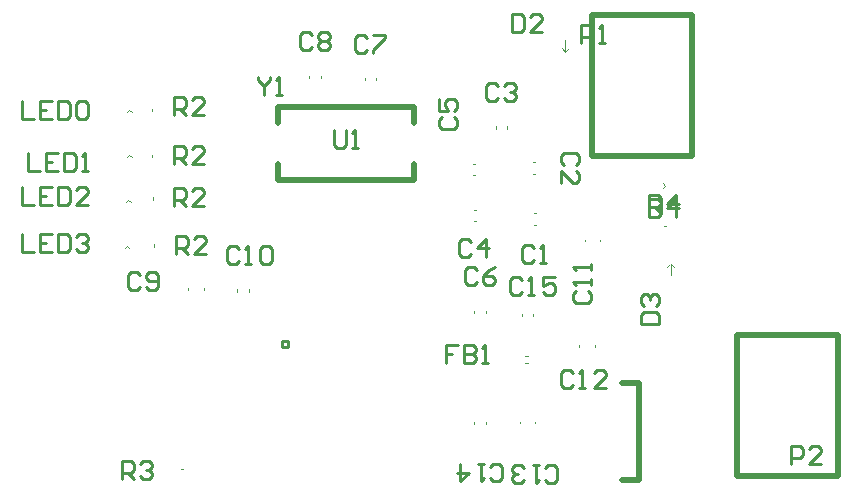
<source format=gto>
%FSLAX25Y25*%
%MOIN*%
G70*
G01*
G75*
G04 Layer_Color=65535*
%ADD10R,0.21654X0.07874*%
%ADD11R,0.22047X0.22047*%
%ADD12R,0.07874X0.04724*%
%ADD13R,0.05906X0.01181*%
%ADD14R,0.01181X0.05906*%
%ADD15R,0.03937X0.04331*%
%ADD16R,0.04331X0.03937*%
%ADD17R,0.04724X0.04724*%
%ADD18R,0.02756X0.02756*%
%ADD19R,0.04724X0.04724*%
%ADD20R,0.06614X0.05984*%
%ADD21R,0.05906X0.05118*%
%ADD22C,0.02756*%
%ADD23C,0.04724*%
%ADD24C,0.01000*%
%ADD25C,0.01181*%
%ADD26C,0.03937*%
%ADD27R,0.07874X0.07874*%
%ADD28C,0.07874*%
%ADD29R,0.05906X0.05906*%
%ADD30C,0.05906*%
%ADD31C,0.05000*%
%ADD32C,0.19685*%
%ADD33C,0.07874*%
%ADD34C,0.01969*%
%ADD35C,0.00394*%
D24*
X261811Y10236D02*
Y16234D01*
X264810D01*
X265810Y15235D01*
Y13235D01*
X264810Y12236D01*
X261811D01*
X271808Y10236D02*
X267809D01*
X271808Y14235D01*
Y15235D01*
X270808Y16234D01*
X268809D01*
X267809Y15235D01*
X191732Y150394D02*
Y156392D01*
X194731D01*
X195731Y155392D01*
Y153393D01*
X194731Y152393D01*
X191732D01*
X197730Y150394D02*
X199730D01*
X198730D01*
Y156392D01*
X197730Y155392D01*
X92126Y49213D02*
Y51180D01*
X94094D01*
Y49213D01*
X92126D01*
X214567Y98518D02*
Y92520D01*
X217566D01*
X218566Y93519D01*
Y97518D01*
X217566Y98518D01*
X214567D01*
X223564Y92520D02*
Y98518D01*
X220565Y95519D01*
X224564D01*
X84260Y139111D02*
Y138111D01*
X86259Y136112D01*
X88259Y138111D01*
Y139111D01*
X86259Y136112D02*
Y133113D01*
X90258D02*
X92257D01*
X91258D01*
Y139111D01*
X90258Y138111D01*
X109449Y121352D02*
Y116354D01*
X110449Y115354D01*
X112448D01*
X113447Y116354D01*
Y121352D01*
X115447Y115354D02*
X117446D01*
X116447D01*
Y121352D01*
X115447Y120353D01*
X214567Y93701D02*
Y99699D01*
X217566D01*
X218566Y98699D01*
Y96700D01*
X217566Y95700D01*
X214567D01*
X216566D02*
X218566Y93701D01*
X223564D02*
Y99699D01*
X220565Y96700D01*
X224564D01*
X38976Y5118D02*
Y11116D01*
X41975D01*
X42975Y10116D01*
Y8117D01*
X41975Y7118D01*
X38976D01*
X40976D02*
X42975Y5118D01*
X44974Y10116D02*
X45974Y11116D01*
X47973D01*
X48973Y10116D01*
Y9117D01*
X47973Y8117D01*
X46974D01*
X47973D01*
X48973Y7118D01*
Y6118D01*
X47973Y5118D01*
X45974D01*
X44974Y6118D01*
X56693Y79921D02*
Y85919D01*
X59692D01*
X60692Y84920D01*
Y82920D01*
X59692Y81921D01*
X56693D01*
X58692D02*
X60692Y79921D01*
X66690D02*
X62691D01*
X66690Y83920D01*
Y84920D01*
X65690Y85919D01*
X63691D01*
X62691Y84920D01*
X56299Y96063D02*
Y102061D01*
X59298D01*
X60298Y101061D01*
Y99062D01*
X59298Y98062D01*
X56299D01*
X58299D02*
X60298Y96063D01*
X66296D02*
X62297D01*
X66296Y100062D01*
Y101061D01*
X65296Y102061D01*
X63297D01*
X62297Y101061D01*
X56299Y110236D02*
Y116234D01*
X59298D01*
X60298Y115235D01*
Y113235D01*
X59298Y112236D01*
X56299D01*
X58299D02*
X60298Y110236D01*
X66296D02*
X62297D01*
X66296Y114235D01*
Y115235D01*
X65296Y116234D01*
X63297D01*
X62297Y115235D01*
X56299Y126378D02*
Y132376D01*
X59298D01*
X60298Y131376D01*
Y129377D01*
X59298Y128377D01*
X56299D01*
X58299D02*
X60298Y126378D01*
X66296D02*
X62297D01*
X66296Y130377D01*
Y131376D01*
X65296Y132376D01*
X63297D01*
X62297Y131376D01*
X150849Y49699D02*
X146850D01*
Y46700D01*
X148850D01*
X146850D01*
Y43701D01*
X152848Y49699D02*
Y43701D01*
X155848D01*
X156847Y44701D01*
Y45700D01*
X155848Y46700D01*
X152848D01*
X155848D01*
X156847Y47699D01*
Y48699D01*
X155848Y49699D01*
X152848D01*
X158846Y43701D02*
X160846D01*
X159846D01*
Y49699D01*
X158846Y48699D01*
X211719Y56693D02*
X217717D01*
Y59692D01*
X216717Y60692D01*
X212718D01*
X211719Y59692D01*
Y56693D01*
X212718Y62691D02*
X211719Y63691D01*
Y65690D01*
X212718Y66690D01*
X213718D01*
X214718Y65690D01*
Y64690D01*
Y65690D01*
X215717Y66690D01*
X216717D01*
X217717Y65690D01*
Y63691D01*
X216717Y62691D01*
X168898Y159935D02*
Y153937D01*
X171897D01*
X172896Y154937D01*
Y158935D01*
X171897Y159935D01*
X168898D01*
X178894Y153937D02*
X174896D01*
X178894Y157936D01*
Y158935D01*
X177895Y159935D01*
X175895D01*
X174896Y158935D01*
X5512Y86707D02*
Y80709D01*
X9510D01*
X15509Y86707D02*
X11510D01*
Y80709D01*
X15509D01*
X11510Y83708D02*
X13509D01*
X17508Y86707D02*
Y80709D01*
X20507D01*
X21507Y81708D01*
Y85707D01*
X20507Y86707D01*
X17508D01*
X23506Y85707D02*
X24506Y86707D01*
X26505D01*
X27505Y85707D01*
Y84707D01*
X26505Y83708D01*
X25505D01*
X26505D01*
X27505Y82708D01*
Y81708D01*
X26505Y80709D01*
X24506D01*
X23506Y81708D01*
X5512Y102455D02*
Y96457D01*
X9510D01*
X15509Y102455D02*
X11510D01*
Y96457D01*
X15509D01*
X11510Y99456D02*
X13509D01*
X17508Y102455D02*
Y96457D01*
X20507D01*
X21507Y97456D01*
Y101455D01*
X20507Y102455D01*
X17508D01*
X27505Y96457D02*
X23506D01*
X27505Y100455D01*
Y101455D01*
X26505Y102455D01*
X24506D01*
X23506Y101455D01*
X7480Y113872D02*
Y107874D01*
X11479D01*
X17477Y113872D02*
X13478D01*
Y107874D01*
X17477D01*
X13478Y110873D02*
X15478D01*
X19476Y113872D02*
Y107874D01*
X22476D01*
X23475Y108874D01*
Y112872D01*
X22476Y113872D01*
X19476D01*
X25475Y107874D02*
X27474D01*
X26474D01*
Y113872D01*
X25475Y112872D01*
X5512Y131195D02*
Y125197D01*
X9510D01*
X15509Y131195D02*
X11510D01*
Y125197D01*
X15509D01*
X11510Y128196D02*
X13509D01*
X17508Y131195D02*
Y125197D01*
X20507D01*
X21507Y126197D01*
Y130195D01*
X20507Y131195D01*
X17508D01*
X23506Y130195D02*
X24506Y131195D01*
X26505D01*
X27505Y130195D01*
Y126197D01*
X26505Y125197D01*
X24506D01*
X23506Y126197D01*
Y130195D01*
X172109Y71534D02*
X171109Y72534D01*
X169110D01*
X168110Y71534D01*
Y67535D01*
X169110Y66535D01*
X171109D01*
X172109Y67535D01*
X174108Y66535D02*
X176108D01*
X175108D01*
Y72534D01*
X174108Y71534D01*
X183105Y72534D02*
X179107D01*
Y69534D01*
X181106Y70534D01*
X182106D01*
X183105Y69534D01*
Y67535D01*
X182106Y66535D01*
X180106D01*
X179107Y67535D01*
X161356Y5238D02*
X162355Y4238D01*
X164355D01*
X165354Y5238D01*
Y9236D01*
X164355Y10236D01*
X162355D01*
X161356Y9236D01*
X159356Y10236D02*
X157357D01*
X158357D01*
Y4238D01*
X159356Y5238D01*
X151359Y10236D02*
Y4238D01*
X154358Y7237D01*
X150359D01*
X179860Y4844D02*
X180859Y3844D01*
X182859D01*
X183858Y4844D01*
Y8843D01*
X182859Y9843D01*
X180859D01*
X179860Y8843D01*
X177860Y9843D02*
X175861D01*
X176860D01*
Y3844D01*
X177860Y4844D01*
X172862D02*
X171862Y3844D01*
X169863D01*
X168863Y4844D01*
Y5844D01*
X169863Y6843D01*
X170862D01*
X169863D01*
X168863Y7843D01*
Y8843D01*
X169863Y9843D01*
X171862D01*
X172862Y8843D01*
X189038Y40431D02*
X188038Y41431D01*
X186039D01*
X185039Y40431D01*
Y36433D01*
X186039Y35433D01*
X188038D01*
X189038Y36433D01*
X191037Y35433D02*
X193037D01*
X192037D01*
Y41431D01*
X191037Y40431D01*
X200034Y35433D02*
X196036D01*
X200034Y39432D01*
Y40431D01*
X199035Y41431D01*
X197036D01*
X196036Y40431D01*
X190277Y67778D02*
X189278Y66779D01*
Y64779D01*
X190277Y63779D01*
X194276D01*
X195276Y64779D01*
Y66779D01*
X194276Y67778D01*
X195276Y69778D02*
Y71777D01*
Y70777D01*
X189278D01*
X190277Y69778D01*
X195276Y74776D02*
Y76775D01*
Y75776D01*
X189278D01*
X190277Y74776D01*
X78000Y81661D02*
X77001Y82660D01*
X75001D01*
X74002Y81661D01*
Y77662D01*
X75001Y76662D01*
X77001D01*
X78000Y77662D01*
X80000Y76662D02*
X81999D01*
X80999D01*
Y82660D01*
X80000Y81661D01*
X84998D02*
X85998Y82660D01*
X87997D01*
X88997Y81661D01*
Y77662D01*
X87997Y76662D01*
X85998D01*
X84998Y77662D01*
Y81661D01*
X44944Y73109D02*
X43944Y74108D01*
X41945D01*
X40945Y73109D01*
Y69110D01*
X41945Y68110D01*
X43944D01*
X44944Y69110D01*
X46943D02*
X47943Y68110D01*
X49942D01*
X50942Y69110D01*
Y73109D01*
X49942Y74108D01*
X47943D01*
X46943Y73109D01*
Y72109D01*
X47943Y71109D01*
X50942D01*
X102093Y152909D02*
X101094Y153909D01*
X99094D01*
X98094Y152909D01*
Y148911D01*
X99094Y147911D01*
X101094D01*
X102093Y148911D01*
X104093Y152909D02*
X105092Y153909D01*
X107092D01*
X108091Y152909D01*
Y151910D01*
X107092Y150910D01*
X108091Y149910D01*
Y148911D01*
X107092Y147911D01*
X105092D01*
X104093Y148911D01*
Y149910D01*
X105092Y150910D01*
X104093Y151910D01*
Y152909D01*
X105092Y150910D02*
X107092D01*
X120556Y152141D02*
X119556Y153141D01*
X117557D01*
X116558Y152141D01*
Y148142D01*
X117557Y147143D01*
X119556D01*
X120556Y148142D01*
X122556Y153141D02*
X126554D01*
Y152141D01*
X122556Y148142D01*
Y147143D01*
X157187Y74586D02*
X156187Y75586D01*
X154188D01*
X153188Y74586D01*
Y70587D01*
X154188Y69587D01*
X156187D01*
X157187Y70587D01*
X163185Y75586D02*
X161186Y74586D01*
X159186Y72587D01*
Y70587D01*
X160186Y69587D01*
X162185D01*
X163185Y70587D01*
Y71587D01*
X162185Y72587D01*
X159186D01*
X155180Y84132D02*
X154180Y85132D01*
X152181D01*
X151181Y84132D01*
Y80134D01*
X152181Y79134D01*
X154180D01*
X155180Y80134D01*
X160178Y79134D02*
Y85132D01*
X157179Y82133D01*
X161178D01*
X190038Y109781D02*
X191037Y110781D01*
Y112780D01*
X190038Y113779D01*
X186039D01*
X185039Y112780D01*
Y110781D01*
X186039Y109781D01*
X185039Y103783D02*
Y107782D01*
X189038Y103783D01*
X190038D01*
X191037Y104782D01*
Y106782D01*
X190038Y107782D01*
X176046Y82164D02*
X175046Y83163D01*
X173047D01*
X172047Y82164D01*
Y78165D01*
X173047Y77165D01*
X175046D01*
X176046Y78165D01*
X178045Y77165D02*
X180045D01*
X179045D01*
Y83163D01*
X178045Y82164D01*
X164294Y135979D02*
X163294Y136979D01*
X161295D01*
X160295Y135979D01*
Y131981D01*
X161295Y130981D01*
X163294D01*
X164294Y131981D01*
X166293Y135979D02*
X167293Y136979D01*
X169292D01*
X170292Y135979D01*
Y134980D01*
X169292Y133980D01*
X168293D01*
X169292D01*
X170292Y132981D01*
Y131981D01*
X169292Y130981D01*
X167293D01*
X166293Y131981D01*
X145395Y125652D02*
X144396Y124653D01*
Y122653D01*
X145395Y121653D01*
X149394D01*
X150394Y122653D01*
Y124653D01*
X149394Y125652D01*
X144396Y131650D02*
Y127652D01*
X147395D01*
X146395Y129651D01*
Y130651D01*
X147395Y131650D01*
X149394D01*
X150394Y130651D01*
Y128651D01*
X149394Y127652D01*
D34*
X243898Y5906D02*
Y53150D01*
X277362D01*
X243898Y5906D02*
X277362D01*
Y53150D01*
X228937Y112598D02*
Y159843D01*
X195472Y112598D02*
X228937D01*
X195472Y159843D02*
X228937D01*
X195472Y112598D02*
Y159843D01*
X90945Y104724D02*
X136221D01*
X90945D02*
Y110236D01*
X136221Y104724D02*
Y110236D01*
Y123622D02*
Y129134D01*
X90945Y123622D02*
Y129134D01*
X136221D01*
X205512Y4724D02*
X211024D01*
Y37008D01*
X205512D02*
X211024D01*
D35*
X219488Y89370D02*
X220276D01*
X58465Y8268D02*
X59252D01*
X48819Y127756D02*
Y128543D01*
Y112402D02*
Y113189D01*
X49213Y98228D02*
Y99016D01*
X49606Y82480D02*
Y83268D01*
X39714Y82037D02*
X40452Y82775D01*
X40551Y82775D02*
X41289Y82037D01*
X40108Y97391D02*
X40846Y98129D01*
X40944Y98129D02*
X41682Y97391D01*
X40501Y112352D02*
X41240Y113090D01*
X41338Y113090D02*
X42076Y112352D01*
X40501Y127312D02*
X41240Y128050D01*
X41338Y128050D02*
X42076Y127312D01*
X173327Y46063D02*
X174311D01*
X173327Y43898D02*
X174311D01*
X219045Y103593D02*
X219783Y102854D01*
X219045Y102018D02*
X219783Y102756D01*
X221752Y73130D02*
Y76870D01*
X220522Y75738D02*
X221654Y76870D01*
X221752Y76870D02*
X222884Y75738D01*
X186516Y147539D02*
Y151279D01*
X186614Y147539D02*
X187746Y148671D01*
X185384D02*
X186516Y147539D01*
X175984Y59252D02*
Y60039D01*
X172047Y59252D02*
Y60039D01*
X156299Y23425D02*
Y24213D01*
X160236Y23425D02*
Y24213D01*
X171358Y23622D02*
Y24114D01*
X176673Y23622D02*
Y24114D01*
X191043Y49213D02*
Y49705D01*
X196358Y49213D02*
Y49705D01*
X193012Y84252D02*
Y84744D01*
X198327Y84252D02*
Y84744D01*
X77165Y67520D02*
Y68307D01*
X81102Y67520D02*
Y68307D01*
X60728Y68110D02*
Y68602D01*
X66043Y68110D02*
Y68602D01*
X101181Y138779D02*
Y139567D01*
X105118Y138779D02*
Y139567D01*
X119685Y137992D02*
Y138779D01*
X123622Y137992D02*
Y138779D01*
X160236Y60433D02*
Y61221D01*
X156299Y60433D02*
Y61221D01*
X155709Y110236D02*
X156496D01*
X155709Y106299D02*
X156496D01*
X156102Y94882D02*
X156890D01*
X156102Y90945D02*
X156890D01*
X167323Y121850D02*
Y122638D01*
X163386Y121850D02*
Y122638D01*
X175787Y106693D02*
X176575D01*
X175787Y110630D02*
X176575D01*
X176181Y89764D02*
X176969D01*
X176181Y93701D02*
X176969D01*
M02*

</source>
